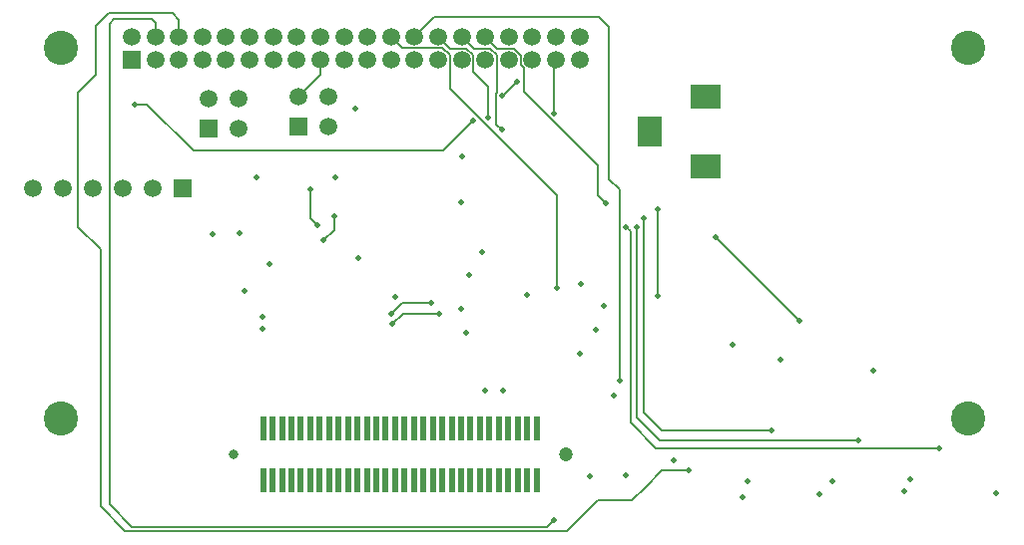
<source format=gbl>
G04 Layer_Physical_Order=4*
G04 Layer_Color=16711680*
%FSLAX24Y24*%
%MOIN*%
G70*
G01*
G75*
%ADD25C,0.0060*%
%ADD26C,0.0472*%
%ADD27C,0.0315*%
%ADD28C,0.1142*%
%ADD29R,0.0787X0.1024*%
%ADD30R,0.1024X0.0787*%
%ADD31C,0.0591*%
%ADD32R,0.0591X0.0591*%
%ADD33C,0.0197*%
%ADD45R,0.0197X0.0787*%
D25*
X12750Y30420D02*
X13180Y30850D01*
X12750Y28800D02*
Y30420D01*
X12150Y28200D02*
X12750Y28800D01*
X12150Y23700D02*
Y28200D01*
X31580Y16550D02*
X38200D01*
X30800Y17330D02*
X31580Y16550D01*
X28050Y27500D02*
Y29231D01*
X27050Y28234D02*
X29512Y25772D01*
X31500Y21400D02*
Y24312D01*
X30450Y23700D02*
X30600Y23550D01*
Y17150D02*
Y23550D01*
Y17150D02*
X31450Y16300D01*
X40900D01*
X31650Y16900D02*
X35300D01*
X31050Y17500D02*
X31650Y16900D01*
X31050Y17500D02*
Y24000D01*
X22984Y29693D02*
X24316D01*
X22598Y30079D02*
X22984Y29693D01*
X24316D02*
X24558Y29451D01*
X25346Y28906D02*
Y29451D01*
X25120Y29677D02*
X25346Y29451D01*
X24575Y29677D02*
X25120D01*
X26133Y28200D02*
Y29451D01*
X25908Y29677D02*
X26133Y29451D01*
X25363Y29677D02*
X25908D01*
X26300Y28100D02*
X26350D01*
X13720Y13530D02*
X28480D01*
X12900Y14350D02*
X13720Y13530D01*
X12900Y14350D02*
Y22950D01*
X13200Y14420D02*
Y30500D01*
Y14420D02*
X13950Y13670D01*
X13200Y30500D02*
X13350Y30650D01*
X12150Y23700D02*
X12900Y22950D01*
X24350Y26250D02*
X25350Y27250D01*
X16000Y26250D02*
X24350D01*
X20700Y23600D02*
Y24050D01*
X14450Y27800D02*
X16000Y26250D01*
X14050Y27800D02*
X14450D01*
X15512Y30079D02*
Y30638D01*
X15300Y30850D02*
X15512Y30638D01*
X13180Y30850D02*
X15300D01*
X14599Y30650D02*
X14724Y30524D01*
X13350Y30650D02*
X14599D01*
X30800Y17330D02*
Y23700D01*
X29512Y24772D02*
Y25772D01*
X27050Y28234D02*
Y29019D01*
X22600Y20800D02*
X22616D01*
X22650Y20450D02*
X23000Y20800D01*
X24200D01*
X22616D02*
X22966Y21150D01*
X23950D01*
X25850Y27350D02*
Y28402D01*
X25346Y28906D02*
X25850Y28402D01*
X24173Y30079D02*
X24575Y29677D01*
X26112Y27138D02*
X26300Y26950D01*
X28150Y21650D02*
Y24750D01*
X24558Y28342D02*
X28150Y24750D01*
X24558Y28342D02*
Y29451D01*
X26112Y27138D02*
Y28178D01*
X26133Y28200D01*
X24961Y30079D02*
X25363Y29677D01*
X26695D02*
X26938Y29434D01*
Y29132D02*
Y29434D01*
Y29132D02*
X27050Y29019D01*
X33431Y23381D02*
X36250Y20563D01*
X28050Y29231D02*
X28110Y29291D01*
X29512Y24772D02*
X29784Y24500D01*
X30250Y18550D02*
Y24950D01*
X29886Y25314D02*
X30250Y24950D01*
X29886Y25314D02*
Y30400D01*
X31650Y15550D02*
X32550D01*
X31094Y14994D02*
X31650Y15550D01*
X30650Y14550D02*
X31094Y14994D01*
X27820Y13670D02*
X28050Y13900D01*
X13950Y13670D02*
X27820D01*
X14724Y30079D02*
Y30524D01*
X20353Y23253D02*
X20700Y23600D01*
X25748Y30079D02*
X26150Y29677D01*
X26695D01*
X23386Y30079D02*
X24050Y30743D01*
X29543D01*
X29886Y30400D01*
X26350Y28100D02*
X26800Y28550D01*
X19900Y24000D02*
Y24950D01*
Y24000D02*
X20150Y23750D01*
X29500Y14550D02*
X30650D01*
X28480Y13530D02*
X29500Y14550D01*
X20236Y28786D02*
Y29291D01*
X19500Y28050D02*
X20236Y28786D01*
D26*
X28445Y16083D02*
D03*
D27*
X17343D02*
D03*
D28*
X11575Y17283D02*
D03*
Y29685D02*
D03*
X41890D02*
D03*
Y17283D02*
D03*
D29*
X31250Y26900D02*
D03*
D30*
X33100Y28081D02*
D03*
Y25719D02*
D03*
D31*
X28898Y30079D02*
D03*
Y29291D02*
D03*
X28110Y30079D02*
D03*
Y29291D02*
D03*
X27323Y30079D02*
D03*
Y29291D02*
D03*
X26535Y30079D02*
D03*
Y29291D02*
D03*
X25748Y30079D02*
D03*
Y29291D02*
D03*
X24961Y30079D02*
D03*
Y29291D02*
D03*
X24173Y30079D02*
D03*
Y29291D02*
D03*
X23386Y30079D02*
D03*
Y29291D02*
D03*
X22598Y30079D02*
D03*
Y29291D02*
D03*
X21811Y30079D02*
D03*
Y29291D02*
D03*
X21024Y30079D02*
D03*
Y29291D02*
D03*
X20236Y30079D02*
D03*
Y29291D02*
D03*
X19449Y30079D02*
D03*
Y29291D02*
D03*
X18661Y30079D02*
D03*
Y29291D02*
D03*
X17874Y30079D02*
D03*
Y29291D02*
D03*
X17087Y30079D02*
D03*
Y29291D02*
D03*
X16299Y30079D02*
D03*
Y29291D02*
D03*
X15512Y30079D02*
D03*
Y29291D02*
D03*
X14724Y30079D02*
D03*
Y29291D02*
D03*
X13937Y30079D02*
D03*
X14650Y25000D02*
D03*
X13650D02*
D03*
X12650D02*
D03*
X11650D02*
D03*
X10650D02*
D03*
X19500Y28050D02*
D03*
X20500Y27050D02*
D03*
Y28050D02*
D03*
X16500Y28000D02*
D03*
X17500Y27000D02*
D03*
Y28000D02*
D03*
D32*
X13937Y29291D02*
D03*
X15650Y25000D02*
D03*
X19500Y27050D02*
D03*
X16500Y27000D02*
D03*
D33*
X28050Y27500D02*
D03*
X31500Y24312D02*
D03*
X30450Y23700D02*
D03*
X38200Y16550D02*
D03*
X26300Y28100D02*
D03*
X34000Y19750D02*
D03*
X35600Y19250D02*
D03*
X25627Y22877D02*
D03*
X30800Y23700D02*
D03*
X22600Y20800D02*
D03*
X22650Y20450D02*
D03*
X24200Y20800D02*
D03*
X23950Y21150D02*
D03*
X25850Y27350D02*
D03*
X26300Y26950D02*
D03*
X25200Y22100D02*
D03*
X24930Y24530D02*
D03*
X38700Y18900D02*
D03*
X28950Y21800D02*
D03*
X27144Y21444D02*
D03*
X25100Y20150D02*
D03*
X24950Y20950D02*
D03*
X30050Y18050D02*
D03*
X37353Y15200D02*
D03*
X34500D02*
D03*
X42822Y14800D02*
D03*
X32050Y15900D02*
D03*
X39750Y14850D02*
D03*
X36900Y14750D02*
D03*
X34350Y14650D02*
D03*
X30450Y15400D02*
D03*
X29250Y15350D02*
D03*
X36250Y20563D02*
D03*
X33431Y23381D02*
D03*
X25350Y27250D02*
D03*
X40900Y16300D02*
D03*
X35300Y16900D02*
D03*
X31050Y24000D02*
D03*
X31500Y21400D02*
D03*
X29784Y24500D02*
D03*
X30250Y18550D02*
D03*
X28150Y21650D02*
D03*
X32550Y15550D02*
D03*
X28050Y13900D02*
D03*
X20353Y23253D02*
D03*
X20700Y24050D02*
D03*
X18300Y20700D02*
D03*
Y20300D02*
D03*
X16650Y23450D02*
D03*
X18550Y22450D02*
D03*
X17550Y23500D02*
D03*
X17700Y21550D02*
D03*
X20150Y23750D02*
D03*
X21492Y22650D02*
D03*
X25730Y18230D02*
D03*
X26330Y18220D02*
D03*
X28900Y19450D02*
D03*
X29450Y20250D02*
D03*
X29700Y21050D02*
D03*
X24990Y26050D02*
D03*
X26800Y28550D02*
D03*
X20750Y25350D02*
D03*
X18100D02*
D03*
X19900Y24950D02*
D03*
X21400Y27650D02*
D03*
X39950Y15250D02*
D03*
X14050Y27800D02*
D03*
X22750Y21350D02*
D03*
D45*
X18327Y15217D02*
D03*
X18642D02*
D03*
X18957D02*
D03*
X19272D02*
D03*
X19587D02*
D03*
X19902D02*
D03*
X20217D02*
D03*
X20531D02*
D03*
X20846D02*
D03*
X21161D02*
D03*
X21476D02*
D03*
X21791D02*
D03*
X22106D02*
D03*
X22421D02*
D03*
X22736D02*
D03*
X23051D02*
D03*
X23366D02*
D03*
X23681D02*
D03*
X23996D02*
D03*
X24311D02*
D03*
X24626D02*
D03*
X24941D02*
D03*
X25256D02*
D03*
X25571D02*
D03*
X25886D02*
D03*
X26201D02*
D03*
X26516D02*
D03*
X26831D02*
D03*
X27146D02*
D03*
X27461D02*
D03*
X18327Y16949D02*
D03*
X18642D02*
D03*
X18957D02*
D03*
X19272D02*
D03*
X19587D02*
D03*
X19902D02*
D03*
X20217D02*
D03*
X20531D02*
D03*
X20846D02*
D03*
X21161D02*
D03*
X21476D02*
D03*
X21791D02*
D03*
X22106D02*
D03*
X22421D02*
D03*
X22736D02*
D03*
X23051D02*
D03*
X23366D02*
D03*
X23681D02*
D03*
X23996D02*
D03*
X24311D02*
D03*
X24626D02*
D03*
X24941D02*
D03*
X25256D02*
D03*
X25571D02*
D03*
X25886D02*
D03*
X26201D02*
D03*
X26516D02*
D03*
X26831D02*
D03*
X27146D02*
D03*
X27461D02*
D03*
M02*

</source>
